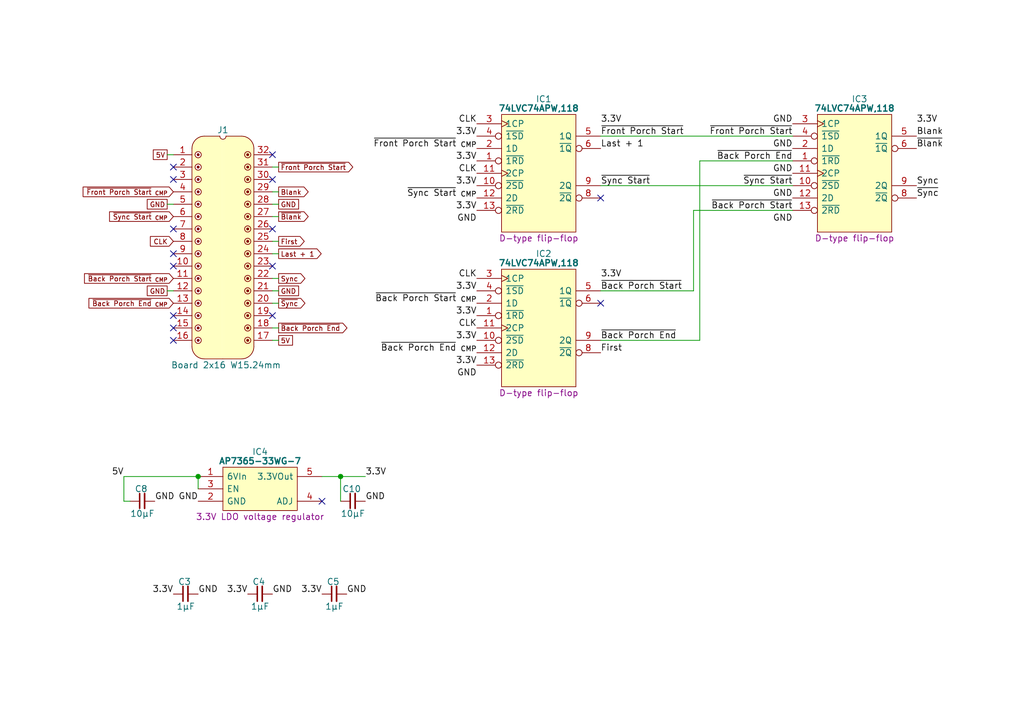
<source format=kicad_sch>
(kicad_sch (version 20250114) (generator "eeschema") (generator_version "9.0")
  (paper "A5")
  (title_block (title "Video Blank and Sync") (date "2024-02-27") (rev "V0"))
  (lib_symbols
    (symbol "Diodes_Inc:AP7365-33WG-7" (pin_names (offset 0.762))
      (property "Reference" "IC" (at 12.7 5.08 0))
      (property "Value" "AP7365-33WG-7" (at 12.7 3.175 0))
      (property "Description" "3.3V LDO voltage regulator" (at 12.7 -8.255 0))
      (symbol "AP7365-33WG-7_0_0"
        (pin input line (at 0 -2.54 0) (length 5.08) (name "EN") (number "3"))
        (pin passive line (at 0 -5.08 0) (length 5.08) (name "GND") (number "2"))
        (pin passive line (at 25.4 -5.08 180) (length 5.08) (name "ADJ") (number "4"))
      )
      (symbol "AP7365-33WG-7_0_1"
        (polyline (pts (xy 5.08 1.905) (xy 20.32 1.905) (xy 20.32 -6.985) (xy 5.08 -6.985) (xy 5.08 1.905)) (fill (type background)))
      )
      (symbol "AP7365-33WG-7_1_0"
        (pin passive line (at 0 0 0) (length 5.08) (name "6VIn") (number "1"))
        (pin passive line (at 25.4 0 180) (length 5.08) (name "3.3VOut") (number "5"))
      )
    )
    (symbol "HCP65:Board_02x16_W15.24mm" (pin_names (offset 1.016) (hide yes))
      (property "Reference" "J" (at 0 5.08 0))
      (property "Value" "Board 2x16 W15.24mm" (at 0.635 -43.18 0))
      (symbol "Board_02x16_W15.24mm_0_1"
        (polyline (pts (xy -6.35 1.27) (xy -6.35 -39.37)))
        (arc (start -3.8102 -41.9098) (mid -5.6063 -41.1659) (end -6.3502 -39.3698))
        (arc (start -6.35 1.27) (mid -5.6061 3.0661) (end -3.81 3.81))
        (polyline (pts (xy -3.81 3.81) (xy -0.635 3.81)))
        (arc (start 0.635 3.81) (mid 0 3.175) (end -0.635 3.81))
        (polyline (pts (xy 0.635 3.81) (xy 3.81 3.81)))
        (polyline (pts (xy 3.8098 -41.9098) (xy -3.81 -41.91)))
        (arc (start 3.81 3.81) (mid 5.6061 3.0661) (end 6.35 1.27))
        (arc (start 6.3498 -39.3698) (mid 5.6059 -41.1659) (end 3.8098 -41.9098))
        (polyline (pts (xy 6.35 -39.37) (xy 6.35 1.27)))
      )
      (symbol "Board_02x16_W15.24mm_1_1"
        (polyline (pts (xy -6.35 1.27) (xy -6.096 2.286) (xy -5.588 3.048) (xy -4.826 3.556) (xy -4.064 3.81) (xy -0.762 3.81) (xy -0.508 3.302) (xy 0 3.048) (xy 0 -41.91) (xy -3.81 -41.91) (xy -4.826 -41.656) (xy -5.588 -41.148) (xy -6.096 -40.386) (xy -6.35 -39.37) (xy -6.35 1.27)) (stroke (width -0.0001)) (fill (type background)))
        (circle (center -5.08 0) (radius 0.0001) (stroke (width 0.3)))
        (circle (center -5.08 0) (radius 0.635) (fill (type color) (color 255 255 255 1)))
        (circle (center -5.08 -2.54) (radius 0.0001) (stroke (width 0.3)))
        (circle (center -5.08 -2.54) (radius 0.635) (fill (type color) (color 255 255 255 1)))
        (circle (center -5.08 -5.08) (radius 0.0001) (stroke (width 0.3)))
        (circle (center -5.08 -5.08) (radius 0.635) (fill (type color) (color 255 255 255 1)))
        (circle (center -5.08 -7.62) (radius 0.0001) (stroke (width 0.3)))
        (circle (center -5.08 -7.62) (radius 0.635) (fill (type color) (color 255 255 255 1)))
        (circle (center -5.08 -10.16) (radius 0.0001) (stroke (width 0.3)))
        (circle (center -5.08 -10.16) (radius 0.635) (fill (type color) (color 255 255 255 1)))
        (circle (center -5.08 -12.7) (radius 0.0001) (stroke (width 0.3)))
        (circle (center -5.08 -12.7) (radius 0.635) (fill (type color) (color 255 255 255 1)))
        (circle (center -5.08 -15.24) (radius 0.0001) (stroke (width 0.3)))
        (circle (center -5.08 -15.24) (radius 0.635) (fill (type color) (color 255 255 255 1)))
        (circle (center -5.08 -17.78) (radius 0.0001) (stroke (width 0.3)))
        (circle (center -5.08 -17.78) (radius 0.635) (fill (type color) (color 255 255 255 1)))
        (circle (center -5.08 -20.32) (radius 0.0001) (stroke (width 0.3)))
        (circle (center -5.08 -20.32) (radius 0.635) (fill (type color) (color 255 255 255 1)))
        (circle (center -5.08 -22.86) (radius 0.0001) (stroke (width 0.3)))
        (circle (center -5.08 -22.86) (radius 0.635) (fill (type color) (color 255 255 255 1)))
        (circle (center -5.08 -25.4) (radius 0.0001) (stroke (width 0.3)))
        (circle (center -5.08 -25.4) (radius 0.635) (fill (type color) (color 255 255 255 1)))
        (circle (center -5.08 -27.94) (radius 0.0001) (stroke (width 0.3)))
        (circle (center -5.08 -27.94) (radius 0.635) (fill (type color) (color 255 255 255 1)))
        (circle (center -5.08 -30.48) (radius 0.0001) (stroke (width 0.3)))
        (circle (center -5.08 -30.48) (radius 0.635) (fill (type color) (color 255 255 255 1)))
        (circle (center -5.08 -33.02) (radius 0.0001) (stroke (width 0.3)))
        (circle (center -5.08 -33.02) (radius 0.635) (fill (type color) (color 255 255 255 1)))
        (circle (center -5.08 -35.56) (radius 0.0001) (stroke (width 0.3)))
        (circle (center -5.08 -35.56) (radius 0.635) (fill (type color) (color 255 255 255 1)))
        (circle (center -5.08 -38.1) (radius 0.0001) (stroke (width 0.3)))
        (circle (center -5.08 -38.1) (radius 0.635) (fill (type color) (color 255 255 255 1)))
        (circle (center 5.08 0) (radius 0.0001) (stroke (width 0.3)))
        (circle (center 5.08 0) (radius 0.635) (fill (type color) (color 255 255 255 1)))
        (circle (center 5.08 -2.54) (radius 0.0001) (stroke (width 0.3)))
        (circle (center 5.08 -2.54) (radius 0.635) (fill (type color) (color 255 255 255 1)))
        (circle (center 5.08 -5.08) (radius 0.0001) (stroke (width 0.3)))
        (circle (center 5.08 -5.08) (radius 0.635) (fill (type color) (color 255 255 255 1)))
        (circle (center 5.08 -7.62) (radius 0.0001) (stroke (width 0.3)))
        (circle (center 5.08 -7.62) (radius 0.635) (fill (type color) (color 255 255 255 1)))
        (circle (center 5.08 -10.16) (radius 0.0001) (stroke (width 0.3)))
        (circle (center 5.08 -10.16) (radius 0.635) (fill (type color) (color 255 255 255 1)))
        (circle (center 5.08 -12.7) (radius 0.0001) (stroke (width 0.3)))
        (circle (center 5.08 -12.7) (radius 0.635) (fill (type color) (color 255 255 255 1)))
        (circle (center 5.08 -15.24) (radius 0.0001) (stroke (width 0.3)))
        (circle (center 5.08 -15.24) (radius 0.635) (fill (type color) (color 255 255 255 1)))
        (circle (center 5.08 -17.78) (radius 0.0001) (stroke (width 0.3)))
        (circle (center 5.08 -17.78) (radius 0.635) (fill (type color) (color 255 255 255 1)))
        (circle (center 5.08 -20.32) (radius 0.0001) (stroke (width 0.3)))
        (circle (center 5.08 -20.32) (radius 0.635) (fill (type color) (color 255 255 255 1)))
        (circle (center 5.08 -22.86) (radius 0.0001) (stroke (width 0.3)))
        (circle (center 5.08 -22.86) (radius 0.635) (fill (type color) (color 255 255 255 1)))
        (circle (center 5.08 -25.4) (radius 0.0001) (stroke (width 0.3)))
        (circle (center 5.08 -25.4) (radius 0.635) (fill (type color) (color 255 255 255 1)))
        (circle (center 5.08 -27.94) (radius 0.0001) (stroke (width 0.3)))
        (circle (center 5.08 -27.94) (radius 0.635) (fill (type color) (color 255 255 255 1)))
        (circle (center 5.08 -30.48) (radius 0.0001) (stroke (width 0.3)))
        (circle (center 5.08 -30.48) (radius 0.635) (fill (type color) (color 255 255 255 1)))
        (circle (center 5.08 -33.02) (radius 0.0001) (stroke (width 0.3)))
        (circle (center 5.08 -33.02) (radius 0.635) (fill (type color) (color 255 255 255 1)))
        (circle (center 5.08 -35.56) (radius 0.0001) (stroke (width 0.3)))
        (circle (center 5.08 -35.56) (radius 0.635) (fill (type color) (color 255 255 255 1)))
        (circle (center 5.08 -38.1) (radius 0.0001) (stroke (width 0.3)))
        (circle (center 5.08 -38.1) (radius 0.635) (fill (type color) (color 255 255 255 1)))
        (polyline (pts (xy 6.35 1.27) (xy 6.096 2.286) (xy 5.588 3.048) (xy 4.826 3.556) (xy 4.064 3.81) (xy 0.762 3.81) (xy 0.508 3.302) (xy 0 3.048) (xy 0 -41.91) (xy 3.81 -41.91) (xy 4.826 -41.656) (xy 5.588 -41.148) (xy 6.096 -40.386) (xy 6.35 -39.37) (xy 6.35 1.27)) (stroke (width -0.0001)) (fill (type background)))
        (pin passive line (at -10.16 0 0) (length 3.81) (name "") (number "1"))
        (pin passive line (at -10.16 -2.54 0) (length 3.81) (name "") (number "2"))
        (pin passive line (at -10.16 -5.08 0) (length 3.81) (name "") (number "3"))
        (pin passive line (at -10.16 -7.62 0) (length 3.81) (name "") (number "4"))
        (pin passive line (at -10.16 -10.16 0) (length 3.81) (name "") (number "5"))
        (pin passive line (at -10.16 -12.7 0) (length 3.81) (name "") (number "6"))
        (pin passive line (at -10.16 -15.24 0) (length 3.81) (name "") (number "7"))
        (pin passive line (at -10.16 -17.78 0) (length 3.81) (name "") (number "8"))
        (pin passive line (at -10.16 -20.32 0) (length 3.81) (name "") (number "9"))
        (pin passive line (at -10.16 -22.86 0) (length 3.81) (name "") (number "10"))
        (pin passive line (at -10.16 -25.4 0) (length 3.81) (name "") (number "11"))
        (pin passive line (at -10.16 -27.94 0) (length 3.81) (name "") (number "12"))
        (pin passive line (at -10.16 -30.48 0) (length 3.81) (name "") (number "13"))
        (pin passive line (at -10.16 -33.02 0) (length 3.81) (name "") (number "14"))
        (pin passive line (at -10.16 -35.56 0) (length 3.81) (name "") (number "15"))
        (pin passive line (at -10.16 -38.1 0) (length 3.81) (name "") (number "16"))
        (pin passive line (at 10.16 0 180) (length 3.81) (name "") (number "32"))
        (pin passive line (at 10.16 -2.54 180) (length 3.81) (name "") (number "31"))
        (pin passive line (at 10.16 -5.08 180) (length 3.81) (name "") (number "30"))
        (pin passive line (at 10.16 -7.62 180) (length 3.81) (name "") (number "29"))
        (pin passive line (at 10.16 -10.16 180) (length 3.81) (name "") (number "28"))
        (pin passive line (at 10.16 -12.7 180) (length 3.81) (name "") (number "27"))
        (pin passive line (at 10.16 -15.24 180) (length 3.81) (name "") (number "26"))
        (pin passive line (at 10.16 -17.78 180) (length 3.81) (name "") (number "25"))
        (pin passive line (at 10.16 -20.32 180) (length 3.81) (name "") (number "24"))
        (pin passive line (at 10.16 -22.86 180) (length 3.81) (name "") (number "23"))
        (pin passive line (at 10.16 -25.4 180) (length 3.81) (name "") (number "22"))
        (pin passive line (at 10.16 -27.94 180) (length 3.81) (name "") (number "21"))
        (pin passive line (at 10.16 -30.48 180) (length 3.81) (name "") (number "20"))
        (pin passive line (at 10.16 -33.02 180) (length 3.81) (name "") (number "19"))
        (pin passive line (at 10.16 -35.56 180) (length 3.81) (name "") (number "18"))
        (pin passive line (at 10.16 -38.1 180) (length 3.81) (name "") (number "17"))
      )
    )
    (symbol "HCP65:C_0805" (pin_numbers (hide yes)) (pin_names (offset 0.254) (hide yes))
      (property "Reference" "C" (at 2.286 2.54 0))
      (property "Value" "?μF" (at 2.54 -2.54 0))
      (symbol "C_0805_0_1"
        (polyline (pts (xy 1.9685 -1.4605) (xy 1.9685 1.5875)) (stroke (width 0.3048)))
        (polyline (pts (xy 2.9845 -1.4605) (xy 2.9845 1.5875)) (stroke (width 0.3302)))
      )
      (symbol "C_0805_1_1"
        (pin passive line (at 0 0 0) (length 2.032) (name "~") (number "1"))
        (pin passive line (at 5.08 0 180) (length 2.032) (name "~") (number "2"))
      )
    )
    (symbol "Nexperia:74LVC74APW,118" (pin_names (offset 0.762))
      (property "Reference" "IC" (at 12.065 5.08 0))
      (property "Value" "74LVC74APW,118" (at 12.7 3.175 0))
      (property "Description" "D-type flip-flop" (at 12.7 -23.495 0))
      (symbol "74LVC74APW,118_0_0"
        (pin input clock (at 0 0 0) (length 5.08) (name "1CP") (number "3"))
        (pin input inverted (at 0 -2.54 0) (length 5.08) (name "~{1SD}") (number "4"))
        (pin input line (at 0 -5.08 0) (length 5.08) (name "1D") (number "2"))
        (pin input inverted (at 0 -7.62 0) (length 5.08) (name "~{1RD}") (number "1"))
        (pin input clock (at 0 -10.16 0) (length 5.08) (name "2CP") (number "11"))
        (pin input inverted (at 0 -12.7 0) (length 5.08) (name "~{2SD}") (number "10"))
        (pin input line (at 0 -15.24 0) (length 5.08) (name "2D") (number "12"))
        (pin input inverted (at 0 -17.78 0) (length 5.08) (name "~{2RD}") (number "13"))
        (pin passive line (at 0 -20.32 0) (length 5.08) (hide yes) (name "GND") (number "7"))
        (pin passive line (at 25.4 0 180) (length 5.08) (hide yes) (name "3V") (number "14"))
        (pin output line (at 25.4 -2.54 180) (length 5.08) (name "1Q") (number "5"))
        (pin output inverted (at 25.4 -5.08 180) (length 5.08) (name "~{1Q}") (number "6"))
        (pin output line (at 25.4 -12.7 180) (length 5.08) (name "2Q") (number "9"))
        (pin output inverted (at 25.4 -15.24 180) (length 5.08) (name "~{2Q}") (number "8"))
      )
      (symbol "74LVC74APW,118_0_1"
        (polyline (pts (xy 5.08 1.905) (xy 20.32 1.905) (xy 20.32 -22.225) (xy 5.08 -22.225) (xy 5.08 1.905)) (stroke (width 0.1524)) (fill (type background)))
      )
    )
  )
  (junction (at 69.85 97.79))
  (junction (at 40.64 97.79))
  (no_connect (at 55.88 54.61))
  (no_connect (at 123.19 40.64))
  (no_connect (at 55.88 31.75))
  (no_connect (at 123.19 62.23))
  (no_connect (at 66.04 102.87))
  (no_connect (at 55.88 46.99))
  (no_connect (at 35.56 64.77))
  (no_connect (at 55.88 64.77))
  (no_connect (at 35.56 36.83))
  (no_connect (at 35.56 52.07))
  (no_connect (at 35.56 54.61))
  (no_connect (at 55.88 36.83))
  (no_connect (at 35.56 46.99))
  (no_connect (at 35.56 67.31))
  (no_connect (at 35.56 69.85))
  (no_connect (at 35.56 34.29))
  (wire (pts (xy 162.56 33.02) (xy 143.51 33.02)))
  (wire (pts (xy 34.29 41.91) (xy 35.56 41.91)))
  (wire (pts (xy 66.04 97.79) (xy 69.85 97.79)))
  (wire (pts (xy 57.15 49.53) (xy 55.88 49.53)))
  (wire (pts (xy 57.15 67.31) (xy 55.88 67.31)))
  (wire (pts (xy 57.15 69.85) (xy 55.88 69.85)))
  (wire (pts (xy 25.4 97.79) (xy 40.64 97.79)))
  (wire (pts (xy 57.15 39.37) (xy 55.88 39.37)))
  (wire (pts (xy 123.19 38.1) (xy 162.56 38.1)))
  (wire (pts (xy 57.15 34.29) (xy 55.88 34.29)))
  (wire (pts (xy 69.85 102.87) (xy 69.85 97.79)))
  (wire (pts (xy 57.15 41.91) (xy 55.88 41.91)))
  (wire (pts (xy 25.4 97.79) (xy 25.4 102.87)))
  (wire (pts (xy 25.4 102.87) (xy 26.67 102.87)))
  (wire (pts (xy 57.15 62.23) (xy 55.88 62.23)))
  (wire (pts (xy 143.51 69.85) (xy 123.19 69.85)))
  (wire (pts (xy 57.15 52.07) (xy 55.88 52.07)))
  (wire (pts (xy 40.64 97.79) (xy 40.64 100.33)))
  (wire (pts (xy 123.19 27.94) (xy 162.56 27.94)))
  (wire (pts (xy 57.15 44.45) (xy 55.88 44.45)))
  (wire (pts (xy 143.51 33.02) (xy 143.51 69.85)))
  (wire (pts (xy 57.15 57.15) (xy 55.88 57.15)))
  (wire (pts (xy 142.24 43.18) (xy 162.56 43.18)))
  (wire (pts (xy 142.24 43.18) (xy 142.24 59.69)))
  (wire (pts (xy 142.24 59.69) (xy 123.19 59.69)))
  (wire (pts (xy 34.29 59.69) (xy 35.56 59.69)))
  (wire (pts (xy 69.85 97.79) (xy 74.93 97.79)))
  (wire (pts (xy 57.15 59.69) (xy 55.88 59.69)))
  (wire (pts (xy 34.29 31.75) (xy 35.56 31.75)))
  (label "~{Sync}" (at 187.96 40.64 0))
  (label "GND" (at 162.56 30.48 180))
  (label "GND" (at 31.75 102.87 0))
  (label "3.3V" (at 97.79 64.77 180))
  (label "3.3V" (at 123.19 57.15 0))
  (label "GND" (at 71.12 121.92 0))
  (label "3.3V" (at 35.56 121.92 180))
  (label "~{Back Porch Start}" (at 123.19 59.69 0))
  (label "CLK" (at 97.79 57.15 180))
  (label "~{Front Porch Start}" (at 123.19 27.94 0))
  (label "Sync" (at 187.96 38.1 0))
  (label "3.3V" (at 97.79 74.93 180))
  (label "GND" (at 40.64 121.92 0))
  (label "~{Back Porch End}" (at 162.56 33.02 180))
  (label "CLK" (at 97.79 25.4 180))
  (label "GND" (at 40.64 102.87 180))
  (label "3.3V" (at 66.04 121.92 180))
  (label "Last + 1" (at 123.19 30.48 0))
  (label "CLK" (at 97.79 35.56 180))
  (label "GND" (at 162.56 25.4 180))
  (label "~{Back Porch End}" (at 123.19 69.85 0))
  (label "3.3V" (at 97.79 38.1 180))
  (label "~{Blank}" (at 187.96 30.48 0))
  (label "5V" (at 25.4 97.79 180))
  (label "~{Sync Start}" (at 162.56 38.1 180))
  (label "3.3V" (at 97.79 69.85 180))
  (label "3.3V" (at 97.79 59.69 180))
  (label "GND" (at 74.93 102.87 0))
  (label "CLK" (at 97.79 67.31 180))
  (label "GND" (at 162.56 40.64 180))
  (label "GND" (at 55.88 121.92 0))
  (label "~{Back Porch Start}" (at 162.56 43.18 180))
  (label "GND" (at 97.79 77.47 180))
  (label "GND" (at 97.79 45.72 180))
  (label "~{Sync Start} _{CMP}" (at 97.79 40.64 180))
  (label "GND" (at 162.56 35.56 180))
  (label "~{Sync Start}" (at 123.19 38.1 0))
  (label "~{Front Porch Start}" (at 162.56 27.94 180))
  (label "Blank" (at 187.96 27.94 0))
  (label "3.3V" (at 123.19 25.4 0))
  (label "3.3V" (at 74.93 97.79 0))
  (label "3.3V" (at 187.96 25.4 0))
  (label "GND" (at 162.56 45.72 180))
  (label "3.3V" (at 97.79 27.94 180))
  (label "~{Front Porch Start} _{CMP}" (at 97.79 30.48 180))
  (label "~{Back Porch End} _{CMP}" (at 97.79 72.39 180))
  (label "3.3V" (at 97.79 33.02 180))
  (label "3.3V" (at 50.8 121.92 180))
  (label "First" (at 123.19 72.39 0))
  (label "~{Back Porch Start} _{CMP}" (at 97.79 62.23 180))
  (label "3.3V" (at 97.79 43.18 180))
  (global_label "~{Back Porch End}" (shape output) (at 57.15 67.31 0) (effects (font (size 1 1))) (property "Intersheetrefs" "${INTERSHEET_REFS}" (effects (hide yes))))
  (global_label "GND" (shape passive) (at 57.15 59.69 0) (effects (font (size 1 1))) (property "Intersheetrefs" "${INTERSHEET_REFS}" (effects (hide yes))))
  (global_label "5V" (shape passive) (at 57.15 69.85 0) (effects (font (size 1 1))) (property "Intersheetrefs" "${INTERSHEET_REFS}" (effects (hide yes))))
  (global_label "~{Front Porch Start} _{CMP}" (shape input) (at 35.56 39.37 180) (effects (font (size 1 1))) (property "Intersheetrefs" "${INTERSHEET_REFS}" (effects (hide yes))))
  (global_label "~{Sync}" (shape output) (at 57.15 62.23 0) (effects (font (size 1 1))) (property "Intersheetrefs" "${INTERSHEET_REFS}" (effects (hide yes))))
  (global_label "GND" (shape passive) (at 57.15 41.91 0) (effects (font (size 1 1))) (property "Intersheetrefs" "${INTERSHEET_REFS}" (effects (hide yes))))
  (global_label "Blank" (shape output) (at 57.15 39.37 0) (effects (font (size 1 1))) (property "Intersheetrefs" "${INTERSHEET_REFS}" (effects (hide yes))))
  (global_label "~{Front Porch Start}" (shape output) (at 57.15 34.29 0) (effects (font (size 1 1))) (property "Intersheetrefs" "${INTERSHEET_REFS}" (effects (hide yes))))
  (global_label "Sync" (shape output) (at 57.15 57.15 0) (effects (font (size 1 1))) (property "Intersheetrefs" "${INTERSHEET_REFS}" (effects (hide yes))))
  (global_label "~{Back Porch Start} _{CMP}" (shape input) (at 35.56 57.15 180) (effects (font (size 1 1))) (property "Intersheetrefs" "${INTERSHEET_REFS}" (effects (hide yes))))
  (global_label "GND" (shape passive) (at 34.29 59.69 180) (effects (font (size 1 1))) (property "Intersheetrefs" "${INTERSHEET_REFS}" (effects (hide yes))))
  (global_label "GND" (shape passive) (at 34.29 41.91 180) (effects (font (size 1 1))) (property "Intersheetrefs" "${INTERSHEET_REFS}" (effects (hide yes))))
  (global_label "~{Back Porch End} _{CMP}" (shape input) (at 35.56 62.23 180) (effects (font (size 1 1))) (property "Intersheetrefs" "${INTERSHEET_REFS}" (effects (hide yes))))
  (global_label "Last + 1" (shape output) (at 57.15 52.07 0) (effects (font (size 1 1))) (property "Intersheetrefs" "${INTERSHEET_REFS}" (effects (hide yes))))
  (global_label "First" (shape output) (at 57.15 49.53 0) (effects (font (size 1 1))) (property "Intersheetrefs" "${INTERSHEET_REFS}" (effects (hide yes))))
  (global_label "~{Blank}" (shape output) (at 57.15 44.45 0) (effects (font (size 1 1))) (property "Intersheetrefs" "${INTERSHEET_REFS}" (effects (hide yes))))
  (global_label "5V" (shape passive) (at 34.29 31.75 180) (effects (font (size 1 1))) (property "Intersheetrefs" "${INTERSHEET_REFS}" (effects (hide yes))))
  (global_label "CLK" (shape input) (at 35.56 49.53 180) (effects (font (size 1 1))) (property "Intersheetrefs" "${INTERSHEET_REFS}" (effects (hide yes))))
  (global_label "~{Sync Start} _{CMP}" (shape input) (at 35.56 44.45 180) (effects (font (size 1 1))) (property "Intersheetrefs" "${INTERSHEET_REFS}" (effects (hide yes))))
  (symbol (lib_id "HCP65:C_0805") (at 66.04 121.92 0) (unit 1)
    (property "Reference" "C5" (at 68.326 119.38 0))
    (property "Value" "1μF" (at 68.58 124.46 0))
    (property "Footprint" "SamacSys_Parts:C_0805" (effects (hide yes)))
  )
  (symbol (lib_id "Nexperia:74LVC74APW,118") (at 162.56 25.4 0) (unit 1)
    (property "Reference" "IC3" (at 174.625 20.32 0) (effects (justify left)))
    (property "Value" "74LVC74APW,118" (at 175.26 22.225 0) (effects (font (bold yes))))
    (property "Footprint" "SamacSys_Parts:SOP65P640X110-14N" (effects (hide yes)))
    (property "Datasheet" "https://assets.nexperia.com/documents/data-sheet/74LVC74A.pdf" (effects (hide yes)))
    (property "Description" "D-type flip-flop" (at 175.26 48.895 0))
    (property "Height" "1.1" (effects (hide yes)))
    (property "Mouser Part Number" "771-74LVC74APW-T" (effects (hide yes)))
    (property "Mouser Price/Stock" "https://www.mouser.co.uk/ProductDetail/Nexperia/74LVC74APW118?qs=me8TqzrmIYVtXwVfet0lzw%3D%3D" (effects (hide yes)))
    (property "Manufacturer_Name" "Nexperia" (effects (hide yes)))
    (property "Manufacturer_Part_Number" "74LVC74APW,118" (effects (hide yes)))
    (property "Silkscreen" "74LVC74" (effects (hide yes)))
    (property "Garbage" "74LVC74A - Dual D-type flip-flop with set and reset; positive-edge trigger@en-us" (effects (hide yes)))
  )
  (symbol (lib_id "HCP65:C_0805") (at 35.56 121.92 0) (unit 1)
    (property "Reference" "C3" (at 37.846 119.38 0))
    (property "Value" "1μF" (at 38.1 124.46 0))
    (property "Footprint" "SamacSys_Parts:C_0805" (effects (hide yes)))
  )
  (symbol (lib_id "HCP65:Board_02x16_W15.24mm") (at 45.72 31.75 0) (unit 1)
    (property "Reference" "J1" (at 45.72 26.67 0))
    (property "Value" "Board 2x16 W15.24mm" (at 46.355 74.93 0))
    (property "Footprint" "SamacSys_Parts:DIP-32_Board_W15.24mm" (effects (hide yes)))
  )
  (symbol (lib_id "HCP65:C_0805") (at 50.8 121.92 0) (unit 1)
    (property "Reference" "C4" (at 53.086 119.38 0))
    (property "Value" "1μF" (at 53.34 124.46 0))
    (property "Footprint" "SamacSys_Parts:C_0805" (effects (hide yes)))
  )
  (symbol (lib_id "Diodes_Inc:AP7365-33WG-7") (at 40.64 97.79 0) (unit 1)
    (property "Reference" "IC4" (at 53.34 92.71 0))
    (property "Value" "AP7365-33WG-7" (at 53.34 94.615 0) (effects (font (bold yes))))
    (property "Footprint" "SamacSys_Parts:SOT95P285X130-5N" (effects (hide yes)))
    (property "Datasheet" "https://componentsearchengine.com/Datasheets/1/AP7365-33WG-7.pdf" (effects (hide yes)))
    (property "Description" "3.3V LDO voltage regulator" (at 53.34 106.045 0))
    (property "Height" "1.3" (effects (hide yes)))
    (property "Manufacturer_Name" "Diodes Inc." (effects (hide yes)))
    (property "Manufacturer_Part_Number" "AP7365-33WG-7" (effects (hide yes)))
    (property "Mouser Part Number" "621-AP7365-33WG-7" (effects (hide yes)))
    (property "Mouser Price/Stock" "https://www.mouser.co.uk/ProductDetail/Diodes-Incorporated/AP7365-33WG-7?qs=abZ1nkZpTuOZFvxvoFPL0w%3D%3D" (effects (hide yes)))
    (property "Arrow Part Number" "AP7365-33WG-7" (effects (hide yes)))
    (property "Arrow Price/Stock" "https://www.arrow.com/en/products/ap7365-33wg-7/diodes-incorporated?region=nac" (effects (hide yes)))
    (property "Silkscreen" "AP7365" (effects (hide yes)))
  )
  (symbol (lib_id "Nexperia:74LVC74APW,118") (at 97.79 57.15 0) (unit 1)
    (property "Reference" "IC2" (at 109.855 52.07 0) (effects (justify left)))
    (property "Value" "74LVC74APW,118" (at 110.49 53.975 0) (effects (font (bold yes))))
    (property "Footprint" "SamacSys_Parts:SOP65P640X110-14N" (effects (hide yes)))
    (property "Datasheet" "https://assets.nexperia.com/documents/data-sheet/74LVC74A.pdf" (effects (hide yes)))
    (property "Description" "D-type flip-flop" (at 110.49 80.645 0))
    (property "Height" "1.1" (effects (hide yes)))
    (property "Mouser Part Number" "771-74LVC74APW-T" (effects (hide yes)))
    (property "Mouser Price/Stock" "https://www.mouser.co.uk/ProductDetail/Nexperia/74LVC74APW118?qs=me8TqzrmIYVtXwVfet0lzw%3D%3D" (effects (hide yes)))
    (property "Manufacturer_Name" "Nexperia" (effects (hide yes)))
    (property "Manufacturer_Part_Number" "74LVC74APW,118" (effects (hide yes)))
    (property "Silkscreen" "74LVC74" (effects (hide yes)))
    (property "Garbage" "74LVC74A - Dual D-type flip-flop with set and reset; positive-edge trigger@en-us" (effects (hide yes)))
  )
  (symbol (lib_id "Nexperia:74LVC74APW,118") (at 97.79 25.4 0) (unit 1)
    (property "Reference" "IC1" (at 109.855 20.32 0) (effects (justify left)))
    (property "Value" "74LVC74APW,118" (at 110.49 22.225 0) (effects (font (bold yes))))
    (property "Footprint" "SamacSys_Parts:SOP65P640X110-14N" (effects (hide yes)))
    (property "Datasheet" "https://assets.nexperia.com/documents/data-sheet/74LVC74A.pdf" (effects (hide yes)))
    (property "Description" "D-type flip-flop" (at 110.49 48.895 0))
    (property "Height" "1.1" (effects (hide yes)))
    (property "Mouser Part Number" "771-74LVC74APW-T" (effects (hide yes)))
    (property "Mouser Price/Stock" "https://www.mouser.co.uk/ProductDetail/Nexperia/74LVC74APW118?qs=me8TqzrmIYVtXwVfet0lzw%3D%3D" (effects (hide yes)))
    (property "Manufacturer_Name" "Nexperia" (effects (hide yes)))
    (property "Manufacturer_Part_Number" "74LVC74APW,118" (effects (hide yes)))
    (property "Silkscreen" "74LVC74" (effects (hide yes)))
    (property "Garbage" "74LVC74A - Dual D-type flip-flop with set and reset; positive-edge trigger@en-us" (effects (hide yes)))
  )
  (symbol (lib_id "HCP65:C_0805") (at 26.67 102.87 0) (unit 1)
    (property "Reference" "C8" (at 28.956 100.33 0))
    (property "Value" "10µF" (at 26.67 105.41 0) (effects (justify left)))
    (property "Footprint" "SamacSys_Parts:C_0805" (effects (hide yes)))
  )
  (symbol (lib_id "HCP65:C_0805") (at 69.85 102.87 0) (unit 1)
    (property "Reference" "C10" (at 72.136 100.33 0))
    (property "Value" "10µF" (at 69.85 105.41 0) (effects (justify left)))
    (property "Footprint" "SamacSys_Parts:C_0805" (effects (hide yes)))
  )
)
</source>
